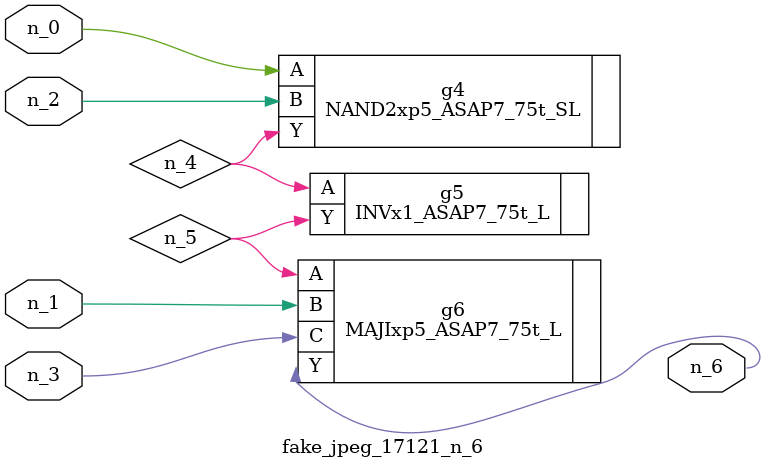
<source format=v>
module fake_jpeg_17121_n_6 (n_0, n_3, n_2, n_1, n_6);

input n_0;
input n_3;
input n_2;
input n_1;

output n_6;

wire n_4;
wire n_5;

NAND2xp5_ASAP7_75t_SL g4 ( 
.A(n_0),
.B(n_2),
.Y(n_4)
);

INVx1_ASAP7_75t_L g5 ( 
.A(n_4),
.Y(n_5)
);

MAJIxp5_ASAP7_75t_L g6 ( 
.A(n_5),
.B(n_1),
.C(n_3),
.Y(n_6)
);


endmodule
</source>
